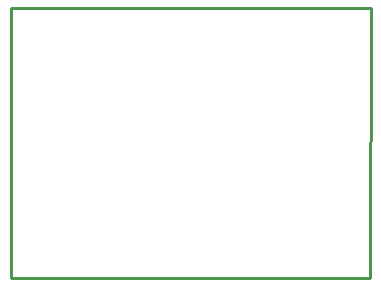
<source format=gbr>
G04 EAGLE Gerber RS-274X export*
G75*
%MOMM*%
%FSLAX34Y34*%
%LPD*%
%IN*%
%IPPOS*%
%AMOC8*
5,1,8,0,0,1.08239X$1,22.5*%
G01*
%ADD10C,0.254000*%


D10*
X0Y0D02*
X304600Y0D01*
X304800Y228600D01*
X0Y228600D01*
X0Y0D01*
M02*

</source>
